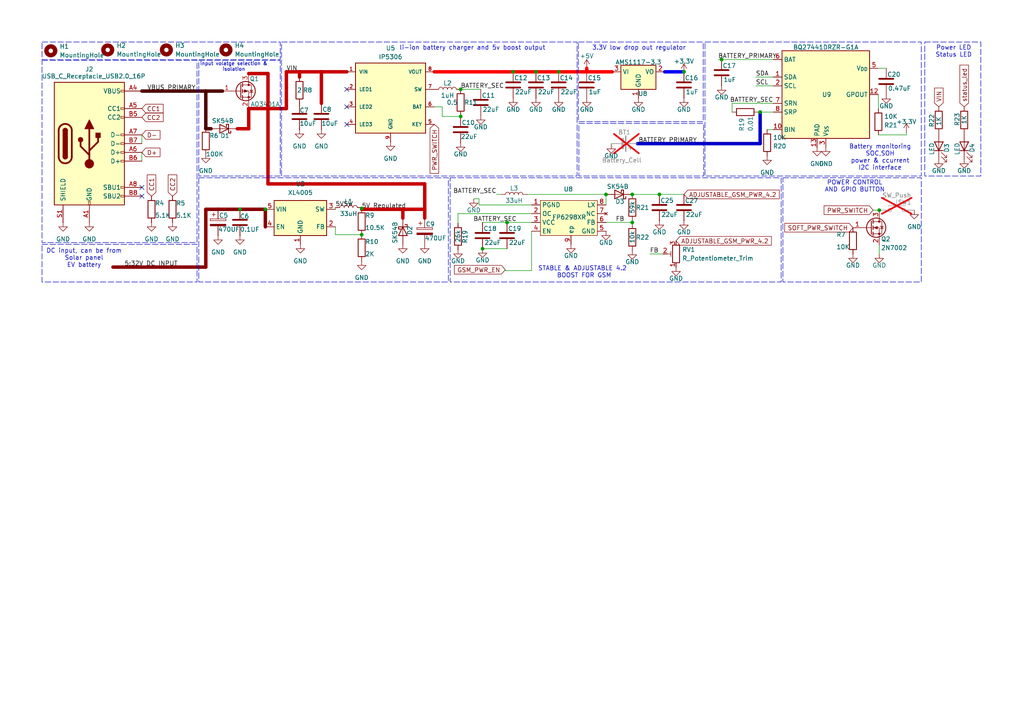
<source format=kicad_sch>
(kicad_sch (version 20250114) (generator "eeschema") (generator_version "9.0")
  (paper "A4")
  (title_block (title "AirQo Mobile Monitor Redesign V1") (date "2025-09-19") (rev "3.0") (company "AirQo"))
  (lib_symbols
    (symbol "Battery_Management:BQ27441DRZR-G1A"
      (property "Reference" "U" (at -5.08 15.875 0))
      (property "Value" "BQ27441DRZR-G1A" (at -5.08 13.97 0))
      (symbol "BQ27441DRZR-G1A_1_1"
        (pin power_in line (at -15.24 10.16 0) (length 2.54) (name "BAT") (number "6"))
        (pin bidirectional line (at -15.24 5.08 0) (length 2.54) (name "SDA") (number "1"))
        (pin input line (at -15.24 2.54 0) (length 2.54) (name "SCL") (number "2"))
        (pin input line (at -15.24 -2.54 0) (length 2.54) (name "SRN") (number "7"))
        (pin input line (at -15.24 -5.08 0) (length 2.54) (name "SRP") (number "8"))
        (pin input line (at -15.24 -10.16 0) (length 2.54) (name "BIN") (number "10"))
        (pin power_in line (at -2.54 -15.24 90) (length 2.54) (name "PAD") (number "13"))
        (pin power_in line (at 0 -15.24 90) (length 2.54) (name "V_{SS}") (number "3"))
        (pin no_connect line (at 10.16 -2.54 180) (length 2.54) (hide yes) (name "NC") (number "11"))
        (pin no_connect line (at 10.16 -5.08 180) (length 2.54) (hide yes) (name "NC") (number "9"))
        (pin no_connect line (at 10.16 -7.62 180) (length 2.54) (hide yes) (name "NC") (number "4"))
        (pin power_out line (at 15.24 7.62 180) (length 2.54) (name "V_{DD}") (number "5"))
        (pin output line (at 15.24 0 180) (length 2.54) (name "GPOUT") (number "12"))
      )
    )
    (symbol "Connector:USB_C_Receptacle_USB2.0_16P" (pin_names (offset 1.016))
      (property "Reference" "J" (at 0 22.225 0))
      (property "Value" "USB_C_Receptacle_USB2.0_16P" (at 0 19.685 0))
      (symbol "USB_C_Receptacle_USB2.0_16P_1_1"
        (pin passive line (at -7.62 -22.86 90) (length 5.08) (name "SHIELD") (number "S1"))
        (pin passive line (at 0 -22.86 90) (length 5.08) (name "GND") (number "A1"))
        (pin passive line (at 0 -22.86 90) (length 5.08) (hide yes) (name "GND") (number "A12"))
        (pin passive line (at 0 -22.86 90) (length 5.08) (hide yes) (name "GND") (number "B1"))
        (pin passive line (at 0 -22.86 90) (length 5.08) (hide yes) (name "GND") (number "B12"))
        (pin passive line (at 15.24 15.24 180) (length 5.08) (name "VBUS") (number "A4"))
        (pin passive line (at 15.24 15.24 180) (length 5.08) (hide yes) (name "VBUS") (number "A9"))
        (pin passive line (at 15.24 15.24 180) (length 5.08) (hide yes) (name "VBUS") (number "B4"))
        (pin passive line (at 15.24 15.24 180) (length 5.08) (hide yes) (name "VBUS") (number "B9"))
        (pin bidirectional line (at 15.24 10.16 180) (length 5.08) (name "CC1") (number "A5"))
        (pin bidirectional line (at 15.24 7.62 180) (length 5.08) (name "CC2") (number "B5"))
        (pin bidirectional line (at 15.24 2.54 180) (length 5.08) (name "D-") (number "A7"))
        (pin bidirectional line (at 15.24 0 180) (length 5.08) (name "D-") (number "B7"))
        (pin bidirectional line (at 15.24 -2.54 180) (length 5.08) (name "D+") (number "A6"))
        (pin bidirectional line (at 15.24 -5.08 180) (length 5.08) (name "D+") (number "B6"))
        (pin bidirectional line (at 15.24 -12.7 180) (length 5.08) (name "SBU1") (number "A8"))
        (pin bidirectional line (at 15.24 -15.24 180) (length 5.08) (name "SBU2") (number "B8"))
      )
    )
    (symbol "Device:Battery_Cell" (pin_numbers (hide yes)) (pin_names (offset 0) (hide yes))
      (property "Reference" "BT" (at 2.54 2.54 0))
      (property "Value" "Battery_Cell" (at 2.54 0 0))
      (symbol "Battery_Cell_1_1"
        (pin passive line (at 0 5.08 270) (length 2.54) (name "+") (number "1"))
        (pin passive line (at 0 -2.54 90) (length 2.54) (name "-") (number "2"))
      )
    )
    (symbol "Device:C" (pin_numbers (hide yes)) (pin_names (offset 0.254))
      (property "Reference" "C" (at 0.635 2.54 0))
      (property "Value" "C" (at 0.635 -2.54 0))
      (symbol "C_1_1"
        (pin passive line (at 0 3.81 270) (length 2.794) (name "~") (number "1"))
        (pin passive line (at 0 -3.81 90) (length 2.794) (name "~") (number "2"))
      )
    )
    (symbol "Device:C_Polarized" (pin_numbers (hide yes)) (pin_names (offset 0.254))
      (property "Reference" "C" (at 0.635 2.54 0))
      (property "Value" "C_Polarized" (at 0.635 -2.54 0))
      (symbol "C_Polarized_1_1"
        (pin passive line (at 0 3.81 270) (length 2.794) (name "~") (number "1"))
        (pin passive line (at 0 -3.81 90) (length 2.794) (name "~") (number "2"))
      )
    )
    (symbol "Device:D_Schottky" (pin_numbers (hide yes)) (pin_names (offset 1.016) (hide yes))
      (property "Reference" "D" (at 0 2.54 0))
      (property "Value" "D_Schottky" (at 0 -2.54 0))
      (symbol "D_Schottky_1_1"
        (pin passive line (at -3.81 0 0) (length 2.54) (name "K") (number "1"))
        (pin passive line (at 3.81 0 180) (length 2.54) (name "A") (number "2"))
      )
    )
    (symbol "Device:L" (pin_numbers (hide yes)) (pin_names (offset 1.016) (hide yes))
      (property "Reference" "L" (at -1.27 0 90))
      (property "Value" "L" (at 1.905 0 90))
      (symbol "L_1_1"
        (pin passive line (at 0 3.81 270) (length 1.27) (name "1") (number "1"))
        (pin passive line (at 0 -3.81 90) (length 1.27) (name "2") (number "2"))
      )
    )
    (symbol "Device:LED" (pin_numbers (hide yes)) (pin_names (offset 1.016) (hide yes))
      (property "Reference" "D" (at 0 2.54 0))
      (property "Value" "LED" (at 0 -2.54 0))
      (symbol "LED_1_1"
        (pin passive line (at -3.81 0 0) (length 2.54) (name "K") (number "1"))
        (pin passive line (at 3.81 0 180) (length 2.54) (name "A") (number "2"))
      )
    )
    (symbol "Device:R" (pin_numbers (hide yes)) (pin_names (offset 0))
      (property "Reference" "R" (at 2.032 0 90))
      (property "Value" "R" (at 0 0 90))
      (symbol "R_1_1"
        (pin passive line (at 0 3.81 270) (length 1.27) (name "~") (number "1"))
        (pin passive line (at 0 -3.81 90) (length 1.27) (name "~") (number "2"))
      )
    )
    (symbol "Device:R_Potentiometer_Trim" (pin_names (offset 1.016) (hide yes))
      (property "Reference" "RV" (at -4.445 0 90))
      (property "Value" "R_Potentiometer_Trim" (at -2.54 0 90))
      (symbol "R_Potentiometer_Trim_1_1"
        (pin passive line (at 0 3.81 270) (length 1.27) (name "1") (number "1"))
        (pin passive line (at 0 -3.81 90) (length 1.27) (name "3") (number "3"))
        (pin passive line (at 3.81 0 180) (length 1.27) (name "2") (number "2"))
      )
    )
    (symbol "FP6298:FP6298"
      (property "Reference" "U11" (at 3.048 7.62 0))
      (property "Value" "FP6298XR" (at 3.302 1.524 0))
      (symbol "FP6298_1_1"
        (pin power_out line (at -7.62 5.08 0) (length 2.54) (name "PGND") (number "1"))
        (pin input line (at -7.62 2.54 0) (length 2.54) (name "OC") (number "2"))
        (pin power_in line (at -7.62 0 0) (length 2.54) (name "VCC") (number "3"))
        (pin power_in line (at -7.62 -2.54 0) (length 2.54) (name "EN") (number "4"))
        (pin output line (at 3.81 -6.35 90) (length 2.54) (name "ep") (number "9"))
        (pin output line (at 13.97 5.08 180) (length 2.54) (name "LX") (number "8"))
        (pin no_connect line (at 13.97 2.54 180) (length 2.54) (name "NC") (number "7"))
        (pin input line (at 13.97 0 180) (length 2.54) (name "FB") (number "6"))
        (pin power_out line (at 13.97 -2.54 180) (length 2.54) (name "GND") (number "5"))
      )
    )
    (symbol "IP5306:IP5306" (pin_names (offset 1.016))
      (property "Reference" "U3" (at 0 14.478 0))
      (property "Value" "IP5306" (at 0 11.938 0))
      (symbol "IP5306_0_0"
        (pin bidirectional line (at -12.7 7.62 0) (length 2.54) (name "VIN") (number "1"))
        (pin bidirectional line (at -12.7 2.54 0) (length 2.54) (name "LED1") (number "2"))
        (pin bidirectional line (at -12.7 -2.54 0) (length 2.54) (name "LED2") (number "3"))
        (pin bidirectional line (at -12.7 -7.62 0) (length 2.54) (name "LED3") (number "4"))
        (pin bidirectional line (at 12.7 7.62 180) (length 2.54) (name "VOUT") (number "8"))
        (pin bidirectional line (at 12.7 2.54 180) (length 2.54) (name "SW") (number "7"))
        (pin bidirectional line (at 12.7 -2.54 180) (length 2.54) (name "BAT") (number "6"))
        (pin bidirectional line (at 12.7 -7.62 180) (length 2.54) (name "KEY") (number "5"))
      )
      (symbol "IP5306_1_0"
        (pin bidirectional line (at 0 -12.7 90) (length 2.54) (name "GND") (number "9"))
      )
    )
    (symbol "Mechanical:MountingHole" (pin_names (offset 1.016)) (exclude_from_sim yes) (in_bom no)
      (property "Reference" "H" (at 0 5.08 0))
      (property "Value" "MountingHole" (at 0 3.175 0))
    )
    (symbol "Regulator_Linear:AMS1117-3.3"
      (property "Reference" "U" (at -3.81 3.175 0))
      (property "Value" "AMS1117-3.3" (at 0 3.175 0))
      (symbol "AMS1117-3.3_1_1"
        (pin power_in line (at -7.62 0 0) (length 2.54) (name "VI") (number "3"))
        (pin power_in line (at 0 -7.62 90) (length 2.54) (name "GND") (number "1"))
        (pin power_out line (at 7.62 0 180) (length 2.54) (name "VO") (number "2"))
      )
    )
    (symbol "Regulator_Switching1:XL4005"
      (property "Reference" "U?" (at -6.35 6.35 0))
      (property "Value" "XL4005" (at 6.35 6.35 0))
      (symbol "XL4005_1_1"
        (pin power_in line (at -10.16 2.54 0) (length 2.54) (name "VIN") (number "5"))
        (pin input line (at -10.16 -2.54 0) (length 2.54) (name "EN") (number "4"))
        (pin power_in line (at 0 -7.62 90) (length 2.54) (name "GND") (number "1"))
        (pin power_out line (at 10.16 2.54 180) (length 2.54) (name "SW") (number "3"))
        (pin input line (at 10.16 -2.54 180) (length 2.54) (name "FB") (number "2"))
      )
    )
    (symbol "Switch:SW_Push" (pin_numbers (hide yes)) (pin_names (offset 1.016) (hide yes))
      (property "Reference" "SW" (at 1.27 2.54 0))
      (property "Value" "SW_Push" (at 0 -1.524 0))
      (symbol "SW_Push_0_1"
        (pin passive line (at -5.08 0 0) (length 2.54) (name "1") (number "1"))
        (pin passive line (at 5.08 0 180) (length 2.54) (name "2") (number "2"))
      )
    )
    (symbol "Transistor_FET:2N7002" (pin_names (hide yes))
      (property "Reference" "Q" (at 5.08 1.905 0))
      (property "Value" "2N7002" (at 5.08 0 0))
      (symbol "2N7002_1_1"
        (pin input line (at -5.08 0 0) (length 2.54) (name "G") (number "1"))
        (pin passive line (at 2.54 5.08 270) (length 2.54) (name "D") (number "3"))
        (pin passive line (at 2.54 -5.08 90) (length 2.54) (name "S") (number "2"))
      )
    )
    (symbol "Transistor_FET:AO3401A" (pin_names (hide yes))
      (property "Reference" "Q" (at 5.08 1.905 0))
      (property "Value" "AO3401A" (at 5.08 0 0))
      (symbol "AO3401A_1_1"
        (pin input line (at -5.08 0 0) (length 2.54) (name "G") (number "1"))
        (pin passive line (at 2.54 5.08 270) (length 2.54) (name "D") (number "3"))
        (pin passive line (at 2.54 -5.08 90) (length 2.54) (name "S") (number "2"))
      )
    )
    (symbol "power:+3.3V" (power) (pin_numbers (hide yes)) (pin_names (offset 0) (hide yes))
      (property "Value" "+3.3V" (at 0 3.556 0))
      (symbol "+3.3V_1_1"
        (pin power_in line (at 0 0 90) (length 0) (name "~") (number "1"))
      )
    )
    (symbol "power:+5V" (power) (pin_names (offset 0))
      (property "Value" "+5V" (at 0 3.556 0))
      (symbol "+5V_1_1"
        (pin power_in line (at 0 0 90) (length 0) (hide yes) (name "+5V") (number "1"))
      )
    )
    (symbol "power:GND" (power) (pin_numbers (hide yes)) (pin_names (offset 0) (hide yes))
      (property "Value" "GND" (at 0 -3.81 0))
      (symbol "GND_1_1"
        (pin power_in line (at 0 0 270) (length 0) (name "~") (number "1"))
      )
    )
  )
  (rectangle (start 227.076 51.562) (end 267.208 81.788) (stroke (width 0) (type dash)))
  (rectangle (start 57.658 51.562) (end 130.048 81.788) (stroke (width 0) (type dash)))
  (rectangle (start 12.192 12.192) (end 81.28 17.272) (stroke (width 0) (type dash)))
  (rectangle (start 130.556 51.562) (end 226.568 81.788) (stroke (width 0) (type dash)))
  (rectangle (start 12.192 70.866) (end 57.15 81.788) (stroke (width 0) (type dash)))
  (rectangle (start 167.894 35.814) (end 204.089 51.054) (stroke (width 0) (type dash)))
  (rectangle (start 268.224 12.192) (end 284.48 51.054) (stroke (width 0) (type dash)))
  (rectangle (start 167.767 12.192) (end 203.962 35.306) (stroke (width 0) (type dash)))
  (rectangle (start 204.47 12.192) (end 267.208 51.054) (stroke (width 0) (type dash)))
  (rectangle (start 57.658 17.526) (end 81.28 51.054) (stroke (width 0) (type dash)))
  (rectangle (start 12.192 17.526) (end 57.15 70.358) (stroke (width 0) (type dash)))
  (rectangle (start 81.661 12.192) (end 167.386 51.054) (stroke (width 0) (type dash)))
  (text "POWER CONTROL\nAND GPIO BUTTON" (at 247.904 54.102 0) (effects (font (size 1.27 1.27))))
  (text "STABLE & ADJUSTABLE 4.2 \nBOOST FOR GSM\n" (at 169.418 78.994 0) (effects (font (size 1.27 1.27))))
  (text "3.3V low drop out regulator\n" (at 171.704 14.732 0) (effects (font (size 1.27 1.27)) (justify left bottom)))
  (text "input volatge selection &\nisolation\n" (at 67.818 20.828 0) (effects (font (size 1 1)) (justify bottom)))
  (text "Power LED\nStatus LED" (at 276.606 14.986 0) (effects (font (size 1.27 1.27))))
  (text "DC input, can be from\nSolar panel\nEV battery\n" (at 24.384 74.93 0) (effects (font (size 1.27 1.27))))
  (text "Battery monitoring\nSOC,SOH\npower & ccurrent\nI2C interface\n" (at 255.27 45.72 0) (effects (font (size 1.27 1.27))))
  (text "li-ion battery charger and 5v boost output\n" (at 115.824 14.732 0) (effects (font (size 1.27 1.27)) (justify left bottom)))
  (junction (at 147.066 64.516))
  (junction (at 183.388 56.388))
  (junction (at 93.218 20.828) (color 194 0 0 1))
  (junction (at 133.604 25.908))
  (junction (at 162.052 20.828))
  (junction (at 198.374 20.828))
  (junction (at 175.768 56.388))
  (junction (at 255.016 60.96))
  (junction (at 59.69 26.416) (color 72 0 0 1))
  (junction (at 209.296 17.272))
  (junction (at 104.902 60.452))
  (junction (at 183.388 64.516))
  (junction (at 191.262 56.388))
  (junction (at 123.19 60.706) (color 194 0 0 0.6))
  (junction (at 220.472 32.512))
  (junction (at 170.18 20.828) (color 255 0 0 1))
  (junction (at 104.902 68.072))
  (junction (at 63.246 60.706) (color 132 0 0 1))
  (junction (at 148.844 20.828))
  (junction (at 116.84 60.706) (color 194 0 0 0.6))
  (junction (at 155.448 20.828))
  (junction (at 86.868 20.828) (color 194 0 0 1))
  (junction (at 69.596 60.706))
  (junction (at 133.604 33.782))
  (junction (at 59.69 37.084) (color 72 0 0 1))
  (junction (at 139.954 72.136))
  (junction (at 76.962 60.706))
  (junction (at 72.136 31.496) (color 194 0 0 1))
  (no_connect (at 41.148 56.896))
  (no_connect (at 100.584 36.068))
  (no_connect (at 100.584 25.908))
  (no_connect (at 41.148 54.356))
  (no_connect (at 100.584 30.988))
  (wire (pts (xy 41.148 44.196) (xy 41.148 46.736)))
  (wire (pts (xy 183.388 64.516) (xy 183.388 64.008)))
  (wire (pts (xy 59.69 60.706) (xy 59.69 77.47)) (stroke (width 1) (color 132 0 0 1)))
  (wire (pts (xy 212.344 29.972) (xy 224.282 29.972)))
  (wire (pts (xy 254.762 27.432) (xy 254.762 31.496)))
  (wire (pts (xy 86.868 20.828) (xy 93.218 20.828)) (stroke (width 1) (color 194 0 0 1)))
  (wire (pts (xy 123.19 53.34) (xy 123.19 60.706)) (stroke (width 1) (color 194 0 0 0.6)))
  (wire (pts (xy 77.724 21.336) (xy 77.724 53.34)) (stroke (width 1) (color 194 0 0 0.6)))
  (wire (pts (xy 138.938 59.436) (xy 154.178 59.436)))
  (wire (pts (xy 41.148 26.416) (xy 59.69 26.416)) (stroke (width 1) (color 72 0 0 1)))
  (wire (pts (xy 133.604 33.782) (xy 133.604 33.528)))
  (wire (pts (xy 86.868 22.352) (xy 86.868 20.828)) (stroke (width 1) (color 194 0 0 1)))
  (wire (pts (xy 147.066 64.516) (xy 139.954 64.516)))
  (wire (pts (xy 63.246 60.706) (xy 69.596 60.706)) (stroke (width 1) (color 132 0 0 1)))
  (wire (pts (xy 72.136 31.496) (xy 72.136 37.338)) (stroke (width 1) (color 194 0 0 1)))
  (wire (pts (xy 198.374 20.828) (xy 198.374 21.082)))
  (wire (pts (xy 184.912 41.656) (xy 220.472 41.656)) (stroke (width 1) (color 0 0 194 1)))
  (wire (pts (xy 144.018 56.388) (xy 145.288 56.388)))
  (wire (pts (xy 262.89 39.116) (xy 254.762 39.116)))
  (wire (pts (xy 254.762 19.812) (xy 257.048 19.812)))
  (wire (pts (xy 116.84 60.706) (xy 104.902 60.706)) (stroke (width 1) (color 194 0 0 0.6)))
  (wire (pts (xy 139.954 72.136) (xy 147.066 72.136)))
  (wire (pts (xy 41.148 39.116) (xy 41.148 41.656)))
  (wire (pts (xy 162.052 20.828) (xy 170.18 20.828)) (stroke (width 1) (color 255 0 0 1)))
  (wire (pts (xy 125.984 20.828) (xy 148.844 20.828)) (stroke (width 1) (color 255 0 0 1)))
  (wire (pts (xy 72.136 37.338) (xy 68.834 37.338)) (stroke (width 1) (color 194 0 0 1)))
  (wire (pts (xy 175.768 56.388) (xy 175.768 59.436)))
  (wire (pts (xy 59.69 37.338) (xy 61.214 37.338)) (stroke (width 1) (color 72 0 0 1)))
  (wire (pts (xy 220.472 32.512) (xy 220.472 41.656)) (stroke (width 1) (color 0 0 194 1)))
  (wire (pts (xy 148.844 20.828) (xy 155.448 20.828)) (stroke (width 1) (color 255 0 0 1)))
  (wire (pts (xy 104.902 60.198) (xy 104.902 60.452)))
  (wire (pts (xy 83.058 31.496) (xy 83.058 20.828)) (stroke (width 1) (color 194 0 0 1)))
  (wire (pts (xy 116.84 63.246) (xy 116.84 60.706)) (stroke (width 1) (color 194 0 0 0.6)))
  (wire (pts (xy 93.218 20.828) (xy 93.218 29.972)) (stroke (width 1) (color 194 0 0 1)))
  (wire (pts (xy 183.388 65.024) (xy 183.388 64.516)))
  (wire (pts (xy 220.472 32.512) (xy 224.282 32.512)))
  (wire (pts (xy 123.19 63.246) (xy 123.19 60.706)) (stroke (width 1) (color 194 0 0 0.6)))
  (wire (pts (xy 128.27 30.988) (xy 128.27 33.782)))
  (wire (pts (xy 77.724 53.34) (xy 123.19 53.34)) (stroke (width 1) (color 194 0 0 0.6)))
  (wire (pts (xy 59.69 37.338) (xy 59.69 37.084)) (stroke (width 1) (color 72 0 0 1)))
  (wire (pts (xy 59.69 60.706) (xy 63.246 60.706)) (stroke (width 1) (color 132 0 0 1)))
  (wire (pts (xy 192.786 20.828) (xy 198.374 20.828)) (stroke (width 1) (color 0 0 255 1)))
  (wire (pts (xy 137.414 57.658) (xy 138.938 57.658)))
  (wire (pts (xy 154.178 78.486) (xy 154.178 67.056)))
  (wire (pts (xy 212.344 32.512) (xy 212.344 29.972)))
  (wire (pts (xy 125.984 30.988) (xy 128.27 30.988)))
  (wire (pts (xy 133.604 25.908) (xy 139.446 25.908)))
  (wire (pts (xy 132.842 61.976) (xy 154.178 61.976)))
  (wire (pts (xy 170.18 19.812) (xy 170.18 20.828)) (stroke (width 1) (color 255 0 0 1)))
  (wire (pts (xy 97.282 60.198) (xy 97.282 60.706)))
  (wire (pts (xy 72.136 31.496) (xy 83.058 31.496)) (stroke (width 1) (color 194 0 0 1)))
  (wire (pts (xy 138.938 57.658) (xy 138.938 59.436)))
  (wire (pts (xy 155.448 20.828) (xy 162.052 20.828)) (stroke (width 1) (color 255 0 0 1)))
  (wire (pts (xy 262.89 39.116) (xy 262.89 38.354)))
  (wire (pts (xy 97.282 65.786) (xy 97.282 68.072)))
  (wire (pts (xy 152.908 56.388) (xy 175.768 56.388)))
  (wire (pts (xy 219.202 22.352) (xy 224.282 22.352)))
  (wire (pts (xy 132.842 64.77) (xy 132.842 61.976)))
  (wire (pts (xy 128.27 33.782) (xy 133.604 33.782)))
  (wire (pts (xy 59.69 77.47) (xy 32.766 77.47)) (stroke (width 1) (color 132 0 0 1)))
  (wire (pts (xy 188.468 73.66) (xy 192.278 73.66)))
  (wire (pts (xy 59.69 37.338) (xy 59.69 37.084)) (stroke (width 0) (color 72 0 0 1)))
  (wire (pts (xy 175.768 64.516) (xy 183.388 64.516)))
  (wire (pts (xy 83.058 20.828) (xy 86.868 20.828)) (stroke (width 1) (color 194 0 0 1)))
  (wire (pts (xy 198.374 56.388) (xy 191.262 56.388)))
  (wire (pts (xy 191.262 56.388) (xy 183.388 56.388)))
  (wire (pts (xy 72.136 21.336) (xy 77.724 21.336)) (stroke (width 1) (color 194 0 0 0.6)))
  (wire (pts (xy 104.902 60.452) (xy 104.902 60.706)))
  (wire (pts (xy 222.504 37.592) (xy 224.282 37.592)))
  (wire (pts (xy 104.902 68.072) (xy 97.282 68.072)))
  (wire (pts (xy 147.066 64.516) (xy 154.178 64.516)))
  (wire (pts (xy 76.962 60.706) (xy 69.596 60.706)) (stroke (width 1) (color 132 0 0 1)))
  (wire (pts (xy 93.218 20.828) (xy 100.584 20.828)) (stroke (width 1) (color 194 0 0 1)))
  (wire (pts (xy 116.84 60.706) (xy 123.19 60.706)) (stroke (width 1) (color 194 0 0 0.6)))
  (wire (pts (xy 209.296 17.272) (xy 224.282 17.272)))
  (wire (pts (xy 255.016 71.12) (xy 255.016 73.66)))
  (wire (pts (xy 219.964 32.512) (xy 220.472 32.512)))
  (wire (pts (xy 146.558 78.486) (xy 154.178 78.486)))
  (wire (pts (xy 146.558 78.232) (xy 146.558 78.486)))
  (wire (pts (xy 219.202 24.892) (xy 224.282 24.892)))
  (wire (pts (xy 253.238 60.96) (xy 255.016 60.96)))
  (wire (pts (xy 208.28 17.272) (xy 209.296 17.272)))
  (wire (pts (xy 59.69 26.416) (xy 64.516 26.416)) (stroke (width 1) (color 72 0 0 1)))
  (wire (pts (xy 177.292 41.656) (xy 177.292 41.91)))
  (wire (pts (xy 170.18 20.828) (xy 177.546 20.828)) (stroke (width 1) (color 255 0 0 1)))
  (wire (pts (xy 59.69 26.416) (xy 59.69 37.084)) (stroke (width 1) (color 72 0 0 1)))
  (wire (pts (xy 76.962 60.706) (xy 76.962 65.786)) (stroke (width 1) (color 132 0 0 1)))
  (label "BATTERY_SEC" (at 149.86 64.516 180))
  (label "BATTERY_PRIMARY" (at 185.166 41.656 0))
  (label "FB" (at 188.468 73.66 0))
  (label "VBUS_PRIMARY" (at 42.672 26.416 0))
  (label "SDA" (at 219.202 22.352 0))
  (label "VIN" (at 83.058 20.828 0))
  (label "FB" (at 178.562 64.516 0))
  (label "SCL" (at 219.202 24.892 0))
  (label "BATTERY_PRIMARY" (at 208.28 17.272 0))
  (label "BATTERY_SEC" (at 133.604 25.908 0))
  (label "5:32V DC INPUT" (at 36.068 77.47 0))
  (label "5V Regulated" (at 104.902 60.706 0))
  (label "BATTERY_SEC" (at 144.018 56.388 180))
  (label "BATTERY_SEC" (at 224.282 29.972 180))
  (label "5VSW" (at 97.282 60.198 0))
  (global_label "D-" (shape input) (at 41.148 39.116 0) (property "Intersheetrefs" "${INTERSHEET_REFS}" (effects (hide yes))))
  (global_label "GSM_PWR_EN" (shape input) (at 146.558 78.232 180) (property "Intersheetrefs" "${INTERSHEET_REFS}" (effects (hide yes))))
  (global_label "PWR_SWITCH" (shape input) (at 125.984 36.068 270) (property "Intersheetrefs" "${INTERSHEET_REFS}" (effects (hide yes))))
  (global_label "PWR_SWITCH" (shape input) (at 253.238 60.96 180) (property "Intersheetrefs" "${INTERSHEET_REFS}" (effects (hide yes))))
  (global_label "ADJUSTABLE_GSM_PWR_4.2" (shape input) (at 198.374 56.388 0) (property "Intersheetrefs" "${INTERSHEET_REFS}" (effects (hide yes))))
  (global_label "ADJUSTABLE_GSM_PWR_4.2" (shape input) (at 196.088 69.85 0) (property "Intersheetrefs" "${INTERSHEET_REFS}" (effects (hide yes))))
  (global_label "CC2" (shape input) (at 50.038 56.896 90) (property "Intersheetrefs" "${INTERSHEET_REFS}" (effects (hide yes))))
  (global_label "status_led" (shape input) (at 279.654 30.988 90) (property "Intersheetrefs" "${INTERSHEET_REFS}" (effects (hide yes))))
  (global_label "VIN" (shape input) (at 272.288 30.988 90) (property "Intersheetrefs" "${INTERSHEET_REFS}" (effects (hide yes))))
  (global_label "CC2" (shape input) (at 41.148 34.036 0) (property "Intersheetrefs" "${INTERSHEET_REFS}" (effects (hide yes))))
  (global_label "CC1" (shape input) (at 41.148 31.496 0) (property "Intersheetrefs" "${INTERSHEET_REFS}" (effects (hide yes))))
  (global_label "D+" (shape input) (at 41.148 44.196 0) (property "Intersheetrefs" "${INTERSHEET_REFS}" (effects (hide yes))))
  (global_label "SOFT_PWR_SWITCH" (shape input) (at 247.396 66.04 180) (property "Intersheetrefs" "${INTERSHEET_REFS}" (effects (hide yes))))
  (global_label "CC1" (shape input) (at 43.942 56.896 90) (property "Intersheetrefs" "${INTERSHEET_REFS}" (effects (hide yes))))
  (symbol (lib_id "power:GND") (at 133.604 41.402 0) (unit 1)
    (property "Reference" "#PWR033" (effects (hide yes)))
    (property "Value" "GND" (at 133.604 44.704 0))
  )
  (symbol (lib_id "Device:R") (at 183.388 60.198 180) (unit 1)
    (property "Reference" "R21" (at 184.404 60.198 0) (effects (justify right)))
    (property "Value" "59k" (at 183.388 61.976 90) (effects (justify right)))
    (property "Footprint" "Resistor_SMD:R_0603_1608Metric" (effects (hide yes)))
  )
  (symbol (lib_id "power:GND") (at 209.296 24.892 0) (unit 1)
    (property "Reference" "#PWR057" (effects (hide yes)))
    (property "Value" "GND" (at 209.296 28.194 0))
  )
  (symbol (lib_id "Mechanical:MountingHole") (at 31.242 14.478 0) (unit 1) (exclude_from_sim yes) (in_bom no) (on_board no)
    (property "Reference" "H2" (at 33.782 13.2079 0) (effects (justify left)))
    (property "Value" "MountingHole" (at 33.782 15.7479 0) (effects (justify left)))
    (property "Footprint" "MountingHole:MountingHole_3.2mm_M3" (effects (hide yes)))
    (property "Description" "Mounting Hole without connection" (effects (hide yes)))
  )
  (symbol (lib_id "Device:C") (at 69.596 64.516 0) (unit 1)
    (property "Reference" "C6" (at 69.596 62.738 0) (effects (justify left)))
    (property "Value" "0.1UF" (at 69.596 66.548 0) (effects (justify left)))
    (property "Footprint" "Capacitor_SMD:C_0603_1608Metric" (effects (hide yes)))
    (property "Description" "Unpolarized capacitor" (effects (hide yes)))
  )
  (symbol (lib_id "Device:R") (at 132.842 68.58 180) (unit 1)
    (property "Reference" "R19" (at 134.874 70.612 90) (effects (justify right)))
    (property "Value" "26k" (at 132.842 70.358 90) (effects (justify right)))
    (property "Footprint" "Resistor_SMD:R_0603_1608Metric" (effects (hide yes)))
  )
  (symbol (lib_id "Device:R") (at 216.154 32.512 90) (unit 1)
    (property "Reference" "R19" (at 215.138 38.1 0) (effects (justify left)))
    (property "Value" "0.01" (at 217.678 38.1 0) (effects (justify left)))
    (property "Footprint" "Resistor_SMD:R_1206_3216Metric" (effects (hide yes)))
  )
  (symbol (lib_id "power:GND") (at 185.166 28.448 0) (unit 1)
    (property "Reference" "#PWR053" (effects (hide yes)))
    (property "Value" "GND" (at 185.166 31.75 0))
  )
  (symbol (lib_id "Transistor_FET:2N7002") (at 252.476 66.04 0) (unit 1)
    (property "Reference" "Q2" (at 255.524 69.342 0) (effects (justify left)))
    (property "Value" "2N7002" (at 255.524 71.882 0) (effects (justify left)))
    (property "Footprint" "Package_TO_SOT_SMD:SOT-23" (effects (hide yes)))
    (property "Datasheet" "https://www.onsemi.com/pub/Collateral/NDS7002A-D.PDF" (effects (hide yes)))
    (property "Description" "0.115A Id, 60V Vds, N-Channel MOSFET, SOT-23" (effects (hide yes)))
  )
  (symbol (lib_id "Device:D_Schottky") (at 65.024 37.338 180) (unit 1)
    (property "Reference" "D1" (at 66.6115 39.37 0) (effects (justify left)))
    (property "Value" "SK54B" (at 67.818 35.052 0) (effects (justify left)))
    (property "Footprint" "Diode_SMD:D_SMB" (effects (hide yes)))
  )
  (symbol (lib_id "Device:L") (at 129.794 25.908 90) (unit 1)
    (property "Reference" "L2" (at 129.794 24.13 90))
    (property "Value" "1uH" (at 129.794 27.686 90))
    (property "Footprint" "Inductor_SMD:L_10.4x10.4_H4.8" (effects (hide yes)))
  )
  (symbol (lib_id "power:GND") (at 132.842 72.39 0) (unit 1)
    (property "Reference" "#PWR046" (effects (hide yes)))
    (property "Value" "GND" (at 132.842 75.692 0))
  )
  (symbol (lib_id "Device:R") (at 183.388 68.834 180) (unit 1)
    (property "Reference" "R22" (at 184.404 68.834 0) (effects (justify right)))
    (property "Value" "10k" (at 183.388 70.612 90) (effects (justify right)))
    (property "Footprint" "Resistor_SMD:R_0603_1608Metric" (effects (hide yes)))
  )
  (symbol (lib_id "Connector:USB_C_Receptacle_USB2.0_16P") (at 25.908 41.656 0) (unit 1)
    (property "Reference" "J2" (at 25.908 20.066 0))
    (property "Value" "USB_C_Receptacle_USB2.0_16P" (at 27.178 22.098 0))
    (property "Footprint" "Connector_USB:USB_C_Receptacle_Palconn_UTC16-G" (effects (hide yes)))
    (property "Datasheet" "https://www.usb.org/sites/default/files/documents/usb_type-c.zip" (effects (hide yes)))
    (property "Description" "USB 2.0-only 16P Type-C Receptacle connector" (effects (hide yes)))
  )
  (symbol (lib_id "Device:C") (at 133.604 37.592 0) (unit 1)
    (property "Reference" "C10" (at 133.858 35.56 0) (effects (justify left)))
    (property "Value" "22uF" (at 133.604 39.624 0) (effects (justify left)))
    (property "Footprint" "Capacitor_SMD:C_0805_2012Metric" (effects (hide yes)))
  )
  (symbol (lib_id "power:+3.3V") (at 262.89 38.354 0) (unit 1)
    (property "Reference" "#PWR076" (effects (hide yes)))
    (property "Value" "+3.3V" (at 262.89 35.306 0))
  )
  (symbol (lib_id "Device:C") (at 198.374 60.198 0) (unit 1)
    (property "Reference" "C27" (at 198.628 58.166 0) (effects (justify left)))
    (property "Value" "22uF" (at 198.882 62.23 0) (effects (justify left)))
    (property "Footprint" "Capacitor_SMD:C_0805_2012Metric" (effects (hide yes)))
  )
  (symbol (lib_id "power:GND") (at 59.69 44.704 0) (unit 1)
    (property "Reference" "#PWR019" (effects (hide yes)))
    (property "Value" "GND" (at 59.69 49.53 0))
  )
  (symbol (lib_id "power:GND") (at 50.038 64.516 0) (unit 1)
    (property "Reference" "#PWR016" (effects (hide yes)))
    (property "Value" "GND" (at 50.038 69.342 0))
    (property "Description" "Power symbol creates a global label with name \"GND\" , ground" (effects (hide yes)))
  )
  (symbol (lib_id "power:+3.3V") (at 198.374 21.082 0) (unit 1)
    (property "Reference" "#PWR055" (effects (hide yes)))
    (property "Value" "+3.3V" (at 198.374 17.78 0))
  )
  (symbol (lib_id "power:GND") (at 239.522 42.672 0) (unit 1)
    (property "Reference" "#PWR068" (effects (hide yes)))
    (property "Value" "GND" (at 239.522 47.498 0))
  )
  (symbol (lib_id "power:GND") (at 247.396 73.66 0) (unit 1)
    (property "Reference" "#PWR022" (effects (hide yes)))
    (property "Value" "GND" (at 247.396 76.962 0))
  )
  (symbol (lib_id "power:+5V") (at 170.18 19.812 0) (unit 1)
    (property "Reference" "#PWR049" (effects (hide yes)))
    (property "Value" "+5V" (at 170.18 16.256 0))
  )
  (symbol (lib_id "Device:R") (at 86.868 26.162 180) (unit 1)
    (property "Reference" "R8" (at 87.884 26.162 0) (effects (justify right)))
    (property "Value" "2" (at 86.106 26.162 0) (effects (justify right)))
    (property "Footprint" "Resistor_SMD:R_0603_1608Metric" (effects (hide yes)))
  )
  (symbol (lib_id "Device:C") (at 155.448 24.638 0) (unit 1)
    (property "Reference" "C13" (at 155.702 22.606 0) (effects (justify left)))
    (property "Value" "22uF" (at 155.956 26.67 0) (effects (justify left)))
    (property "Footprint" "Capacitor_SMD:C_0805_2012Metric" (effects (hide yes)))
  )
  (symbol (lib_id "Device:R") (at 272.288 34.798 180) (unit 1)
    (property "Reference" "R22" (at 270.256 33.02 90) (effects (justify left)))
    (property "Value" "1K" (at 272.288 33.782 90) (effects (justify left)))
    (property "Footprint" "Resistor_SMD:R_0603_1608Metric" (effects (hide yes)))
    (property "Description" "Resistor" (effects (hide yes)))
  )
  (symbol (lib_id "Mechanical:MountingHole") (at 48.26 14.478 0) (unit 1) (exclude_from_sim yes) (in_bom no) (on_board no)
    (property "Reference" "H3" (at 50.8 13.2079 0) (effects (justify left)))
    (property "Value" "MountingHole" (at 50.8 15.7479 0) (effects (justify left)))
    (property "Footprint" "MountingHole:MountingHole_3.2mm_M3" (effects (hide yes)))
    (property "Description" "Mounting Hole without connection" (effects (hide yes)))
  )
  (symbol (lib_id "power:GND") (at 165.608 70.866 0) (unit 1)
    (property "Reference" "#PWR056" (effects (hide yes)))
    (property "Value" "GND" (at 165.608 74.168 0))
  )
  (symbol (lib_id "power:GND") (at 123.19 70.866 0) (unit 1)
    (property "Reference" "#PWR032" (effects (hide yes)))
    (property "Value" "GND" (at 123.19 75.692 0))
    (property "Description" "Power symbol creates a global label with name \"GND\" , ground" (effects (hide yes)))
  )
  (symbol (lib_id "power:GND") (at 198.374 28.448 0) (unit 1)
    (property "Reference" "#PWR056" (effects (hide yes)))
    (property "Value" "GND" (at 198.374 31.75 0))
  )
  (symbol (lib_id "Device:R") (at 43.942 60.706 0) (unit 1)
    (property "Reference" "R4" (at 44.958 58.928 0) (effects (justify left)))
    (property "Value" "5.1K" (at 44.958 62.484 0) (effects (justify left)))
    (property "Footprint" "Resistor_SMD:R_0603_1608Metric" (effects (hide yes)))
    (property "Description" "Resistor" (effects (hide yes)))
  )
  (symbol (lib_id "Device:C") (at 170.18 24.638 0) (unit 1)
    (property "Reference" "C15" (at 170.434 22.606 0) (effects (justify left)))
    (property "Value" "1uF" (at 170.688 26.67 0) (effects (justify left)))
    (property "Footprint" "Capacitor_SMD:C_0603_1608Metric" (effects (hide yes)))
  )
  (symbol (lib_id "Device:C_Polarized") (at 123.19 67.056 0) (unit 1)
    (property "Reference" "C9" (at 123.444 65.024 0) (effects (justify left)))
    (property "Value" "470UF" (at 123.19 69.088 0) (effects (justify left)))
    (property "Footprint" "Capacitor_THT:CP_Radial_D4.0mm_P2.00mm" (effects (hide yes)))
    (property "Description" "Polarized capacitor" (effects (hide yes)))
  )
  (symbol (lib_id "Device:C") (at 139.446 29.718 0) (unit 1)
    (property "Reference" "C11" (at 139.7 27.686 0) (effects (justify left)))
    (property "Value" "22uF" (at 139.954 31.75 0) (effects (justify left)))
    (property "Footprint" "Capacitor_SMD:C_0805_2012Metric" (effects (hide yes)))
  )
  (symbol (lib_id "Device:R") (at 104.902 64.262 0) (unit 1)
    (property "Reference" "R9" (at 105.918 62.484 0) (effects (justify left)))
    (property "Value" "10.5K" (at 105.918 66.04 0) (effects (justify left)))
    (property "Footprint" "Resistor_SMD:R_0603_1608Metric" (effects (hide yes)))
    (property "Description" "Resistor" (effects (hide yes)))
  )
  (symbol (lib_id "Device:C") (at 162.052 24.638 0) (unit 1)
    (property "Reference" "C14" (at 162.306 22.606 0) (effects (justify left)))
    (property "Value" "22uF" (at 162.56 26.67 0) (effects (justify left)))
    (property "Footprint" "Capacitor_SMD:C_0805_2012Metric" (effects (hide yes)))
  )
  (symbol (lib_id "Device:R") (at 279.654 34.798 0) (unit 1)
    (property "Reference" "R23" (at 277.622 36.576 90) (effects (justify left)))
    (property "Value" "1K" (at 279.654 36.068 90) (effects (justify left)))
    (property "Footprint" "Resistor_SMD:R_0603_1608Metric" (effects (hide yes)))
    (property "Description" "Resistor" (effects (hide yes)))
  )
  (symbol (lib_id "power:GND") (at 137.414 57.658 0) (unit 1)
    (property "Reference" "#PWR048" (effects (hide yes)))
    (property "Value" "GND" (at 137.414 60.96 0))
  )
  (symbol (lib_id "Device:C") (at 147.066 68.326 0) (unit 1)
    (property "Reference" "C19" (at 147.32 66.294 0) (effects (justify left)))
    (property "Value" "22uF" (at 147.574 70.358 0) (effects (justify left)))
    (property "Footprint" "Capacitor_SMD:C_0805_2012Metric" (effects (hide yes)))
  )
  (symbol (lib_id "Device:R_Potentiometer_Trim") (at 196.088 73.66 180) (unit 1)
    (property "Reference" "RV1" (at 197.866 72.3899 0) (effects (justify right)))
    (property "Value" "R_Potentiometer_Trim" (at 197.866 74.9299 0) (effects (justify right)))
    (property "Footprint" "Potentiometer_THT:Potentiometer_Bourns_3296W_Vertical" (effects (hide yes)))
    (property "Description" "Trim-potentiometer" (effects (hide yes)))
  )
  (symbol (lib_id "power:GND") (at 113.284 41.148 0) (unit 1)
    (property "Reference" "#PWR029" (effects (hide yes)))
    (property "Value" "GND" (at 113.284 45.974 0))
  )
  (symbol (lib_id "power:GND") (at 196.088 77.47 0) (unit 1)
    (property "Reference" "#PWR034" (effects (hide yes)))
    (property "Value" "GND" (at 196.088 80.772 0))
  )
  (symbol (lib_id "power:GND") (at 222.504 45.212 0) (unit 1)
    (property "Reference" "#PWR063" (effects (hide yes)))
    (property "Value" "GND" (at 222.504 50.038 0))
  )
  (symbol (lib_id "Device:C") (at 209.296 21.082 0) (unit 1)
    (property "Reference" "C17" (at 209.55 19.05 0) (effects (justify left)))
    (property "Value" "1uF" (at 209.804 23.114 0) (effects (justify left)))
    (property "Footprint" "Capacitor_SMD:C_0603_1608Metric" (effects (hide yes)))
  )
  (symbol (lib_id "Device:C") (at 139.954 68.326 0) (unit 1)
    (property "Reference" "C18" (at 140.208 66.294 0) (effects (justify left)))
    (property "Value" "22uF" (at 140.462 70.358 0) (effects (justify left)))
    (property "Footprint" "Capacitor_SMD:C_0805_2012Metric" (effects (hide yes)))
  )
  (symbol (lib_id "Device:LED") (at 272.288 42.418 90) (unit 1)
    (property "Reference" "D3" (at 274.574 42.926 0))
    (property "Value" "LED" (at 270.256 43.18 0))
    (property "Footprint" "LED_SMD:LED_0603_1608Metric_Pad1.05x0.95mm_HandSolder" (effects (hide yes)))
    (property "Description" "Light emitting diode" (effects (hide yes)))
  )
  (symbol (lib_id "power:GND") (at 170.18 28.448 0) (unit 1)
    (property "Reference" "#PWR050" (effects (hide yes)))
    (property "Value" "GND" (at 170.18 31.75 0))
  )
  (symbol (lib_id "power:GND") (at 257.048 27.432 0) (unit 1)
    (property "Reference" "#PWR073" (effects (hide yes)))
    (property "Value" "GND" (at 257.048 30.734 0))
  )
  (symbol (lib_id "Device:C") (at 198.374 24.638 0) (unit 1)
    (property "Reference" "C16" (at 198.628 22.606 0) (effects (justify left)))
    (property "Value" "1uF" (at 198.882 26.67 0) (effects (justify left)))
    (property "Footprint" "Capacitor_SMD:C_0603_1608Metric" (effects (hide yes)))
  )
  (symbol (lib_id "Device:R") (at 104.902 71.882 0) (unit 1)
    (property "Reference" "R10" (at 105.918 70.104 0) (effects (justify left)))
    (property "Value" "2K" (at 105.918 73.66 0) (effects (justify left)))
    (property "Footprint" "Resistor_SMD:R_0603_1608Metric" (effects (hide yes)))
    (property "Description" "Resistor" (effects (hide yes)))
  )
  (symbol (lib_id "power:GND") (at 87.122 70.866 0) (unit 1)
    (property "Reference" "#PWR025" (effects (hide yes)))
    (property "Value" "GND" (at 87.122 75.692 0))
    (property "Description" "Power symbol creates a global label with name \"GND\" , ground" (effects (hide yes)))
  )
  (symbol (lib_id "Device:C") (at 148.844 24.638 0) (unit 1)
    (property "Reference" "C12" (at 149.098 22.606 0) (effects (justify left)))
    (property "Value" "22uF" (at 149.352 26.67 0) (effects (justify left)))
    (property "Footprint" "Capacitor_SMD:C_0805_2012Metric" (effects (hide yes)))
  )
  (symbol (lib_id "power:GND") (at 86.868 37.592 0) (unit 1)
    (property "Reference" "#PWR024" (effects (hide yes)))
    (property "Value" "GND" (at 86.868 42.418 0))
  )
  (symbol (lib_id "power:GND") (at 279.654 46.228 0) (unit 1)
    (property "Reference" "#PWR079" (effects (hide yes)))
    (property "Value" "GND" (at 279.654 49.53 0))
    (property "Description" "Power symbol creates a global label with name \"GND\" , ground" (effects (hide yes)))
  )
  (symbol (lib_id "Device:R") (at 133.604 29.718 180) (unit 1)
    (property "Reference" "R11" (at 134.62 29.718 0) (effects (justify right)))
    (property "Value" "0.5" (at 129.54 29.718 0) (effects (justify right)))
    (property "Footprint" "Resistor_SMD:R_0603_1608Metric" (effects (hide yes)))
  )
  (symbol (lib_id "power:GND") (at 18.288 64.516 0) (unit 1)
    (property "Reference" "#PWR05" (effects (hide yes)))
    (property "Value" "GND" (at 18.288 69.342 0))
    (property "Description" "Power symbol creates a global label with name \"GND\" , ground" (effects (hide yes)))
  )
  (symbol (lib_id "Device:L") (at 149.098 56.388 90) (unit 1)
    (property "Reference" "L3" (at 149.098 54.61 90))
    (property "Value" "33uH" (at 149.098 58.166 90))
    (property "Footprint" "Inductor_SMD:L_10.4x10.4_H4.8" (effects (hide yes)))
  )
  (symbol (lib_id "Device:C") (at 93.218 33.782 0) (unit 1)
    (property "Reference" "C8" (at 93.472 31.75 0) (effects (justify left)))
    (property "Value" "10uF" (at 93.218 35.814 0) (effects (justify left)))
    (property "Footprint" "Capacitor_SMD:C_0603_1608Metric" (effects (hide yes)))
  )
  (symbol (lib_id "Mechanical:MountingHole") (at 65.532 14.478 0) (unit 1) (exclude_from_sim yes) (in_bom no) (on_board no)
    (property "Reference" "H4" (at 68.072 13.2079 0) (effects (justify left)))
    (property "Value" "MountingHole" (at 68.072 15.7479 0) (effects (justify left)))
    (property "Footprint" "MountingHole:MountingHole_3.2mm_M3" (effects (hide yes)))
    (property "Description" "Mounting Hole without connection" (effects (hide yes)))
  )
  (symbol (lib_id "power:GND") (at 104.902 75.692 0) (unit 1)
    (property "Reference" "#PWR028" (effects (hide yes)))
    (property "Value" "GND" (at 104.902 80.518 0))
    (property "Description" "Power symbol creates a global label with name \"GND\" , ground" (effects (hide yes)))
  )
  (symbol (lib_id "power:GND") (at 148.844 28.448 0) (unit 1)
    (property "Reference" "#PWR043" (effects (hide yes)))
    (property "Value" "GND" (at 148.844 31.75 0))
  )
  (symbol (lib_id "power:GND") (at 139.954 72.136 0) (unit 1)
    (property "Reference" "#PWR050" (effects (hide yes)))
    (property "Value" "GND" (at 139.954 75.438 0))
  )
  (symbol (lib_id "Device:C") (at 191.262 60.198 0) (unit 1)
    (property "Reference" "C25" (at 191.516 58.166 0) (effects (justify left)))
    (property "Value" "22uF" (at 191.77 62.23 0) (effects (justify left)))
    (property "Footprint" "Capacitor_SMD:C_0805_2012Metric" (effects (hide yes)))
  )
  (symbol (lib_id "power:GND") (at 265.176 60.96 0) (unit 1)
    (property "Reference" "#PWR026" (effects (hide yes)))
    (property "Value" "GND" (at 265.176 65.786 0))
    (property "Description" "Power symbol creates a global label with name \"GND\" , ground" (effects (hide yes)))
  )
  (symbol (lib_id "Device:D_Schottky") (at 116.84 67.056 270) (unit 1)
    (property "Reference" "D2" (at 118.872 65.4685 0) (effects (justify left)))
    (property "Value" "SK54B" (at 114.554 64.262 0) (effects (justify left)))
    (property "Footprint" "Diode_SMD:D_SMB" (effects (hide yes)))
  )
  (symbol (lib_id "power:GND") (at 177.292 41.91 0) (unit 1)
    (property "Reference" "#PWR051" (effects (hide yes)))
    (property "Value" "GND" (at 177.292 45.212 0))
  )
  (symbol (lib_id "Device:LED") (at 279.654 42.418 90) (unit 1)
    (property "Reference" "D4" (at 281.94 42.926 0))
    (property "Value" "LED" (at 277.622 43.18 0))
    (property "Footprint" "LED_SMD:LED_0603_1608Metric_Pad1.05x0.95mm_HandSolder" (effects (hide yes)))
    (property "Description" "Light emitting diode" (effects (hide yes)))
  )
  (symbol (lib_id "power:GND") (at 116.84 70.866 0) (unit 1)
    (property "Reference" "#PWR030" (effects (hide yes)))
    (property "Value" "GND" (at 116.84 75.692 0))
    (property "Description" "Power symbol creates a global label with name \"GND\" , ground" (effects (hide yes)))
  )
  (symbol (lib_id "Device:R") (at 247.396 69.85 180) (unit 1)
    (property "Reference" "R7" (at 242.57 68.072 0) (effects (justify right)))
    (property "Value" "10K" (at 242.57 71.628 0) (effects (justify right)))
    (property "Footprint" "Resistor_SMD:R_0603_1608Metric" (effects (hide yes)))
  )
  (symbol (lib_id "Device:C") (at 257.048 23.622 0) (unit 1)
    (property "Reference" "C20" (at 257.302 21.59 0) (effects (justify left)))
    (property "Value" "0.47uF" (at 257.556 25.654 0) (effects (justify left)))
    (property "Footprint" "Capacitor_SMD:C_0603_1608Metric" (effects (hide yes)))
  )
  (symbol (lib_id "Device:C") (at 86.868 33.782 0) (unit 1)
    (property "Reference" "C7" (at 86.868 32.004 0) (effects (justify left)))
    (property "Value" "10uF" (at 86.868 35.814 0) (effects (justify left)))
    (property "Footprint" "Capacitor_SMD:C_0603_1608Metric" (effects (hide yes)))
  )
  (symbol (lib_id "power:GND") (at 255.016 73.66 0) (unit 1)
    (property "Reference" "#PWR023" (effects (hide yes)))
    (property "Value" "GND" (at 255.016 76.962 0))
  )
  (symbol (lib_id "power:GND") (at 93.218 37.592 0) (unit 1)
    (property "Reference" "#PWR027" (effects (hide yes)))
    (property "Value" "GND" (at 93.218 42.418 0))
  )
  (symbol (lib_id "power:GND") (at 191.262 64.008 0) (unit 1)
    (property "Reference" "#PWR063" (effects (hide yes)))
    (property "Value" "GND" (at 191.262 67.31 0))
  )
  (symbol (lib_id "power:GND") (at 25.908 64.516 0) (unit 1)
    (property "Reference" "#PWR012" (effects (hide yes)))
    (property "Value" "GND" (at 25.908 69.342 0))
    (property "Description" "Power symbol creates a global label with name \"GND\" , ground" (effects (hide yes)))
  )
  (symbol (lib_id "Mechanical:MountingHole") (at 14.732 14.732 0) (unit 1) (exclude_from_sim yes) (in_bom no) (on_board no)
    (property "Reference" "H1" (at 17.272 13.4619 0) (effects (justify left)))
    (property "Value" "MountingHole" (at 17.272 16.0019 0) (effects (justify left)))
    (property "Footprint" "MountingHole:MountingHole_3.2mm_M3" (effects (hide yes)))
    (property "Description" "Mounting Hole without connection" (effects (hide yes)))
  )
  (symbol (lib_id "Device:R") (at 222.504 41.402 180) (unit 1)
    (property "Reference" "R20" (at 228.092 42.418 0) (effects (justify left)))
    (property "Value" "10K" (at 228.092 39.878 0) (effects (justify left)))
    (property "Footprint" "Resistor_SMD:R_0603_1608Metric" (effects (hide yes)))
  )
  (symbol (lib_id "IP5306:IP5306") (at 113.284 28.448 0) (unit 1)
    (property "Reference" "U5" (at 113.284 13.97 0))
    (property "Value" "IP5306" (at 113.284 16.51 0))
    (property "Footprint" "Package_SO:HSOP-8-1EP_3.9x4.9mm_P1.27mm_EP2.41x3.1mm" (effects (hide yes)))
    (property "Description" "Fully-Integrated Power Bank System-On-Chip with 2.1A charger, 2.4A discharger" (effects (hide yes)))
    (property "MF" "Injoinic" (effects (hide yes)))
    (property "Package" "None" (effects (hide yes)))
    (property "Price" "None" (effects (hide yes)))
    (property "SnapEDA_Link" "https://www.snapeda.com/parts/IP5306/Injoinic/view-part/?ref=snap" (effects (hide yes)))
    (property "MP" "IP5306" (effects (hide yes)))
    (property "Availability" "Not in stock" (effects (hide yes)))
    (property "Check_prices" "https://www.snapeda.com/parts/IP5306/Injoinic/view-part/?ref=eda" (effects (hide yes)))
  )
  (symbol (lib_id "Switch:SW_Push") (at 260.096 60.96 0) (unit 1) (on_board no) (dnp yes)
    (property "Reference" "SW1" (at 262.382 58.674 0))
    (property "Value" "SW_Push" (at 260.096 56.642 0))
    (property "Footprint" "Button_Switch_THT:SW_Tactile_SPST_Angled_PTS645Vx58-2LFS" (effects (hide yes)))
    (property "Description" "Push button switch, generic, two pins" (effects (hide yes)))
  )
  (symbol (lib_id "Device:D_Schottky") (at 179.578 56.388 180) (unit 1)
    (property "Reference" "D3" (at 181.1655 58.42 0) (effects (justify left)))
    (property "Value" "SK54B" (at 182.372 54.102 0) (effects (justify left)))
    (property "Footprint" "Diode_SMD:D_SMB" (effects (hide yes)))
  )
  (symbol (lib_id "Device:C_Polarized") (at 63.246 64.516 0) (unit 1)
    (property "Reference" "C5" (at 63.5 62.484 0) (effects (justify left)))
    (property "Value" "470UF" (at 63.246 66.548 0) (effects (justify left)))
    (property "Footprint" "Capacitor_THT:CP_Radial_D4.0mm_P2.00mm" (effects (hide yes)))
    (property "Description" "Polarized capacitor" (effects (hide yes)))
  )
  (symbol (lib_id "power:GND") (at 155.448 28.448 0) (unit 1)
    (property "Reference" "#PWR047" (effects (hide yes)))
    (property "Value" "GND" (at 155.448 31.75 0))
  )
  (symbol (lib_id "Regulator_Linear:AMS1117-3.3") (at 185.166 20.828 0) (unit 1)
    (property "Reference" "U8" (at 186.436 27.178 0))
    (property "Value" "AMS1117-3.3" (at 185.166 18.034 0))
    (property "Footprint" "Package_TO_SOT_SMD:SOT-223-3_TabPin2" (effects (hide yes)))
    (property "Datasheet" "http://www.advanced-monolithic.com/pdf/ds1117.pdf" (effects (hide yes)))
  )
  (symbol (lib_id "Device:R") (at 254.762 35.306 180) (unit 1)
    (property "Reference" "R21" (at 260.35 36.322 0) (effects (justify left)))
    (property "Value" "10K" (at 260.35 33.782 0) (effects (justify left)))
    (property "Footprint" "Resistor_SMD:R_0603_1608Metric" (effects (hide yes)))
  )
  (symbol (lib_id "Battery_Management:BQ27441DRZR-G1A") (at 239.522 27.432 0) (unit 1)
    (property "Reference" "U9" (at 239.776 27.432 0))
    (property "Value" "BQ27441DRZR-G1A" (at 239.522 13.716 0))
    (property "Footprint" "Package_SON:Texas_S-PDSO-N12" (effects (hide yes)))
    (property "Datasheet" "http://www.ti.com/lit/ds/symlink/bq27441-g1.pdf" (effects (hide yes)))
    (property "Description" "System Side Li Ion/Polymer Fuel Gauge, 4.2V, PDSON-12" (effects (hide yes)))
  )
  (symbol (lib_id "Transistor_FET:AO3401A") (at 69.596 26.416 0) (unit 1)
    (property "Reference" "Q1" (at 72.39 22.86 0) (effects (justify left)))
    (property "Value" "AO3401A" (at 72.644 30.226 0) (effects (justify left)))
    (property "Footprint" "Package_TO_SOT_SMD:SOT-23" (effects (hide yes)))
    (property "Datasheet" "http://www.aosmd.com/pdfs/datasheet/AO3401A.pdf" (effects (hide yes)))
    (property "Description" "-4.0A Id, -30V Vds, P-Channel MOSFET, SOT-23" (effects (hide yes)))
  )
  (symbol (lib_id "power:GND") (at 198.374 64.008 0) (unit 1)
    (property "Reference" "#PWR066" (effects (hide yes)))
    (property "Value" "GND" (at 198.374 67.31 0))
  )
  (symbol (lib_id "power:GND") (at 63.246 68.326 0) (unit 1)
    (property "Reference" "#PWR020" (effects (hide yes)))
    (property "Value" "GND" (at 63.246 73.152 0))
    (property "Description" "Power symbol creates a global label with name \"GND\" , ground" (effects (hide yes)))
  )
  (symbol (lib_id "power:GND") (at 272.288 46.228 0) (unit 1)
    (property "Reference" "#PWR078" (effects (hide yes)))
    (property "Value" "GND" (at 272.288 49.53 0))
    (property "Description" "Power symbol creates a global label with name \"GND\" , ground" (effects (hide yes)))
  )
  (symbol (lib_id "power:GND") (at 162.052 28.448 0) (unit 1)
    (property "Reference" "#PWR048" (effects (hide yes)))
    (property "Value" "GND" (at 162.052 31.75 0))
  )
  (symbol (lib_id "FP6298:FP6298") (at 161.798 64.516 0) (unit 1)
    (property "Reference" "U8" (at 164.846 54.864 0))
    (property "Value" "FP6298XR" (at 165.1 62.992 0))
    (property "Footprint" "Package_SO:HSOP-8-1EP_3.9x4.9mm_P1.27mm_EP2.41x3.1mm" (effects (hide yes)))
  )
  (symbol (lib_id "Device:Battery_Cell") (at 179.832 41.656 270) (unit 1) (on_board no) (dnp yes)
    (property "Reference" "BT1" (at 181.102 38.354 90))
    (property "Value" "Battery_Cell" (at 180.34 46.482 90))
    (property "Footprint" "Battery:BatteryHolder_MPD_BH-18650-PC" (effects (hide yes)))
    (property "Description" "Single-cell battery" (effects (hide yes)))
  )
  (symbol (lib_id "power:GND") (at 183.388 72.644 0) (unit 1)
    (property "Reference" "#PWR061" (effects (hide yes)))
    (property "Value" "GND" (at 183.388 75.946 0))
  )
  (symbol (lib_id "power:GND") (at 69.596 68.326 0) (unit 1)
    (property "Reference" "#PWR021" (effects (hide yes)))
    (property "Value" "GND" (at 69.596 73.152 0))
    (property "Description" "Power symbol creates a global label with name \"GND\" , ground" (effects (hide yes)))
  )
  (symbol (lib_id "Regulator_Switching1:XL4005") (at 87.122 63.246 0) (unit 1)
    (property "Reference" "U2" (at 87.122 53.34 0))
    (property "Value" "XL4005" (at 87.122 55.88 0))
    (property "Footprint" "Package_TO_SOT_SMD:TO-263-5_TabPin3" (effects (hide yes)))
    (property "Datasheet" "http://www.xlsemi.net/datasheet/XL4015%20datasheet-English.pdf" (effects (hide yes)))
    (property "Description" "5A 180kHz 36V Buck DC to DC Converter" (effects (hide yes)))
  )
  (symbol (lib_id "power:GND") (at 139.446 33.528 0) (unit 1)
    (property "Reference" "#PWR035" (effects (hide yes)))
    (property "Value" "GND" (at 139.446 36.83 0))
  )
  (symbol (lib_id "power:GND") (at 43.942 64.516 0) (unit 1)
    (property "Reference" "#PWR015" (effects (hide yes)))
    (property "Value" "GND" (at 43.942 69.342 0))
    (property "Description" "Power symbol creates a global label with name \"GND\" , ground" (effects (hide yes)))
  )
  (symbol (lib_id "power:GND") (at 236.982 42.672 0) (unit 1)
    (property "Reference" "#PWR066" (effects (hide yes)))
    (property "Value" "GND" (at 236.982 47.498 0))
  )
  (symbol (lib_id "power:GND") (at 175.768 67.056 0) (unit 1)
    (property "Reference" "#PWR059" (effects (hide yes)))
    (property "Value" "GND" (at 175.768 70.358 0))
  )
  (symbol (lib_id "Device:L") (at 101.092 60.198 90) (unit 1)
    (property "Reference" "L1" (at 101.092 58.42 90))
    (property "Value" "33uH" (at 101.092 61.976 90))
    (property "Footprint" "Inductor_SMD:L_10.4x10.4_H4.8" (effects (hide yes)))
  )
  (symbol (lib_id "Device:R") (at 59.69 40.894 180) (unit 1)
    (property "Reference" "R6" (at 60.706 39.37 0) (effects (justify right)))
    (property "Value" "100K" (at 59.69 44.704 0) (effects (justify right)))
    (property "Footprint" "Resistor_SMD:R_0603_1608Metric" (effects (hide yes)))
  )
  (symbol (lib_id "Device:R") (at 50.038 60.706 0) (unit 1)
    (property "Reference" "R5" (at 51.054 58.928 0) (effects (justify left)))
    (property "Value" "5.1K" (at 51.054 62.484 0) (effects (justify left)))
    (property "Footprint" "Resistor_SMD:R_0603_1608Metric" (effects (hide yes)))
    (property "Description" "Resistor" (effects (hide yes)))
  )
)
</source>
